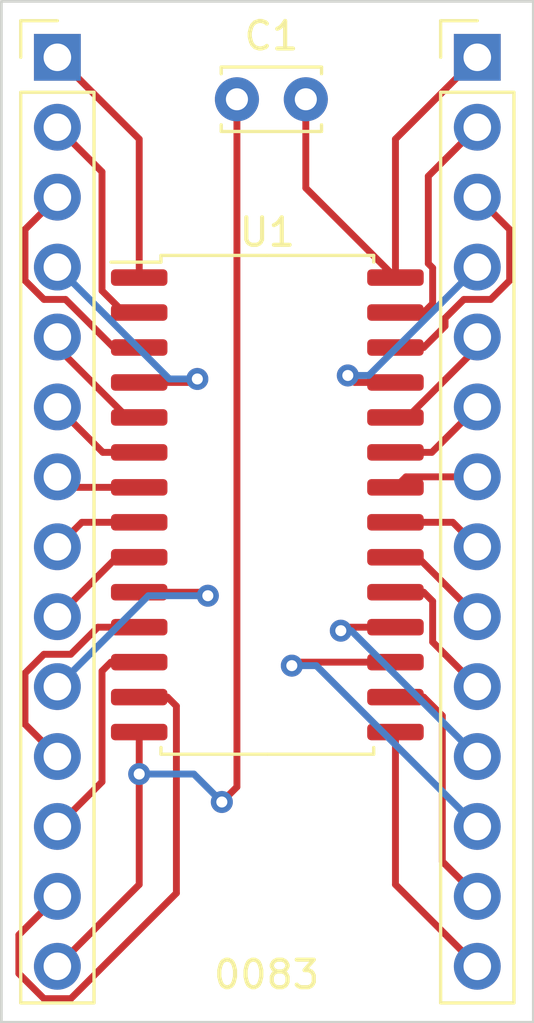
<source format=kicad_pcb>
(kicad_pcb (version 20221018) (generator pcbnew)
  (layers (0 "F.Cu" signal) (31 "B.Cu" signal) (34 "B.Paste" user) (35 "F.Paste" user) (36 "B.SilkS" user "B.Silkscreen") (37 "F.SilkS" user "F.Silkscreen") (38 "B.Mask" user) (39 "F.Mask" user) (44 "Edge.Cuts" user))
  (net 0 "")
  (net 1 "Net-(J1-Pin_1)")
  (net 2 "~{WE}")
  (net 3 "A13")
  (net 4 "A8")
  (net 5 "A9")
  (net 6 "A11")
  (net 7 "~{OE}")
  (net 8 "A10")
  (net 9 "~{CE}")
  (net 10 "DQ7")
  (net 11 "DQ6")
  (net 12 "DQ5")
  (net 13 "DQ4")
  (net 14 "DQ3")
  (net 15 "A14")
  (net 16 "A12")
  (net 17 "A7")
  (net 18 "A6")
  (net 19 "A5")
  (net 20 "A4")
  (net 21 "A3")
  (net 22 "A2")
  (net 23 "A1")
  (net 24 "A0")
  (net 25 "DQ0")
  (net 26 "DQ1")
  (net 27 "DQ2")
  (net 28 "Net-(J2-Pin_14)")
  (footprint "Package_SO:SOIC-28W_7.5x17.9mm_P1.27mm" (layer "F.Cu") (at 139.192 132.207)
    (fp_text reference "U1" (at 0 -9.9) (layer "F.SilkS"))
    (fp_text value "FM18W08-SG")
    (fp_line (start -3.86 -9.06) (end -3.86 -8.815) (stroke (width 0.12)) (layer "F.SilkS"))
    (fp_line (start -3.86 -8.815) (end -5.675 -8.815) (stroke (width 0.12)) (layer "F.SilkS"))
    (fp_line (start -3.86 9.06) (end -3.86 8.815) (stroke (width 0.12)) (layer "F.SilkS"))
    (fp_line (start 0 -9.06) (end -3.86 -9.06) (stroke (width 0.12)) (layer "F.SilkS"))
    (fp_line (start 0 -9.06) (end 3.86 -9.06) (stroke (width 0.12)) (layer "F.SilkS"))
    (fp_line (start 0 9.06) (end -3.86 9.06) (stroke (width 0.12)) (layer "F.SilkS"))
    (fp_line (start 0 9.06) (end 3.86 9.06) (stroke (width 0.12)) (layer "F.SilkS"))
    (fp_line (start 3.86 -9.06) (end 3.86 -8.815) (stroke (width 0.12)) (layer "F.SilkS"))
    (fp_line (start 3.86 9.06) (end 3.86 8.815) (stroke (width 0.12)) (layer "F.SilkS"))
    (pad "1" smd roundrect (at -4.65 -8.255) (size 2.05 0.6) (layers "F.Cu" "F.Paste" "F.Mask") (net 15 "A14"))
    (pad "2" smd roundrect (at -4.65 -6.985) (size 2.05 0.6) (layers "F.Cu" "F.Paste" "F.Mask") (net 16 "A12"))
    (pad "3" smd roundrect (at -4.65 -5.715) (size 2.05 0.6) (layers "F.Cu" "F.Paste" "F.Mask") (net 17 "A7"))
    (pad "4" smd roundrect (at -4.65 -4.445) (size 2.05 0.6) (layers "F.Cu" "F.Paste" "F.Mask") (net 18 "A6"))
    (pad "5" smd roundrect (at -4.65 -3.175) (size 2.05 0.6) (layers "F.Cu" "F.Paste" "F.Mask") (net 19 "A5"))
    (pad "6" smd roundrect (at -4.65 -1.905) (size 2.05 0.6) (layers "F.Cu" "F.Paste" "F.Mask") (net 20 "A4"))
    (pad "7" smd roundrect (at -4.65 -0.635) (size 2.05 0.6) (layers "F.Cu" "F.Paste" "F.Mask") (net 21 "A3"))
    (pad "8" smd roundrect (at -4.65 0.635) (size 2.05 0.6) (layers "F.Cu" "F.Paste" "F.Mask") (net 22 "A2"))
    (pad "9" smd roundrect (at -4.65 1.905) (size 2.05 0.6) (layers "F.Cu" "F.Paste" "F.Mask") (net 23 "A1"))
    (pad "10" smd roundrect (at -4.65 3.175) (size 2.05 0.6) (layers "F.Cu" "F.Paste" "F.Mask") (net 24 "A0"))
    (pad "11" smd roundrect (at -4.65 4.445) (size 2.05 0.6) (layers "F.Cu" "F.Paste" "F.Mask") (net 25 "DQ0"))
    (pad "12" smd roundrect (at -4.65 5.715) (size 2.05 0.6) (layers "F.Cu" "F.Paste" "F.Mask") (net 26 "DQ1"))
    (pad "13" smd roundrect (at -4.65 6.985) (size 2.05 0.6) (layers "F.Cu" "F.Paste" "F.Mask") (net 27 "DQ2"))
    (pad "14" smd roundrect (at -4.65 8.255) (size 2.05 0.6) (layers "F.Cu" "F.Paste" "F.Mask") (net 28 "Net-(J2-Pin_14)"))
    (pad "15" smd roundrect (at 4.65 8.255) (size 2.05 0.6) (layers "F.Cu" "F.Paste" "F.Mask") (net 14 "DQ3"))
    (pad "16" smd roundrect (at 4.65 6.985) (size 2.05 0.6) (layers "F.Cu" "F.Paste" "F.Mask") (net 13 "DQ4"))
    (pad "17" smd roundrect (at 4.65 5.715) (size 2.05 0.6) (layers "F.Cu" "F.Paste" "F.Mask") (net 12 "DQ5"))
    (pad "18" smd roundrect (at 4.65 4.445) (size 2.05 0.6) (layers "F.Cu" "F.Paste" "F.Mask") (net 11 "DQ6"))
    (pad "19" smd roundrect (at 4.65 3.175) (size 2.05 0.6) (layers "F.Cu" "F.Paste" "F.Mask") (net 10 "DQ7"))
    (pad "20" smd roundrect (at 4.65 1.905) (size 2.05 0.6) (layers "F.Cu" "F.Paste" "F.Mask") (net 9 "~{CE}"))
    (pad "21" smd roundrect (at 4.65 0.635) (size 2.05 0.6) (layers "F.Cu" "F.Paste" "F.Mask") (net 8 "A10"))
    (pad "22" smd roundrect (at 4.65 -0.635) (size 2.05 0.6) (layers "F.Cu" "F.Paste" "F.Mask") (net 7 "~{OE}"))
    (pad "23" smd roundrect (at 4.65 -1.905) (size 2.05 0.6) (layers "F.Cu" "F.Paste" "F.Mask") (net 6 "A11"))
    (pad "24" smd roundrect (at 4.65 -3.175) (size 2.05 0.6) (layers "F.Cu" "F.Paste" "F.Mask") (net 5 "A9"))
    (pad "25" smd roundrect (at 4.65 -4.445) (size 2.05 0.6) (layers "F.Cu" "F.Paste" "F.Mask") (net 4 "A8"))
    (pad "26" smd roundrect (at 4.65 -5.715) (size 2.05 0.6) (layers "F.Cu" "F.Paste" "F.Mask") (net 3 "A13"))
    (pad "27" smd roundrect (at 4.65 -6.985) (size 2.05 0.6) (layers "F.Cu" "F.Paste" "F.Mask") (net 2 "~{WE}"))
    (pad "28" smd roundrect (at 4.65 -8.255) (size 2.05 0.6) (layers "F.Cu" "F.Paste" "F.Mask") (net 1 "Net-(J1-Pin_1)"))
  )
  (footprint "Connector_PinHeader_2.54mm:PinHeader_1x14_P2.54mm_Vertical" (layer "F.Cu") (at 146.812 115.951)
    (fp_text reference "J1" hide)
    (fp_text value "Conn_01x14" hide)
    (fp_line (start -1.33 -1.33) (end 0 -1.33) (stroke (width 0.12)) (layer "F.SilkS"))
    (fp_line (start -1.33 0) (end -1.33 -1.33) (stroke (width 0.12)) (layer "F.SilkS"))
    (fp_line (start -1.33 1.27) (end -1.33 34.35) (stroke (width 0.12)) (layer "F.SilkS"))
    (fp_line (start -1.33 1.27) (end 1.33 1.27) (stroke (width 0.12)) (layer "F.SilkS"))
    (fp_line (start -1.33 34.35) (end 1.33 34.35) (stroke (width 0.12)) (layer "F.SilkS"))
    (fp_line (start 1.33 1.27) (end 1.33 34.35) (stroke (width 0.12)) (layer "F.SilkS"))
    (pad "1" thru_hole rect (at 0 0) (size 1.7 1.7) (drill 1) (layers "*.Cu" "*.Mask") (net 1 "Net-(J1-Pin_1)"))
    (pad "2" thru_hole oval (at 0 2.54) (size 1.7 1.7) (drill 1) (layers "*.Cu" "*.Mask") (net 2 "~{WE}"))
    (pad "3" thru_hole oval (at 0 5.08) (size 1.7 1.7) (drill 1) (layers "*.Cu" "*.Mask") (net 3 "A13"))
    (pad "4" thru_hole oval (at 0 7.62) (size 1.7 1.7) (drill 1) (layers "*.Cu" "*.Mask") (net 4 "A8"))
    (pad "5" thru_hole oval (at 0 10.16) (size 1.7 1.7) (drill 1) (layers "*.Cu" "*.Mask") (net 5 "A9"))
    (pad "6" thru_hole oval (at 0 12.7) (size 1.7 1.7) (drill 1) (layers "*.Cu" "*.Mask") (net 6 "A11"))
    (pad "7" thru_hole oval (at 0 15.24) (size 1.7 1.7) (drill 1) (layers "*.Cu" "*.Mask") (net 7 "~{OE}"))
    (pad "8" thru_hole oval (at 0 17.78) (size 1.7 1.7) (drill 1) (layers "*.Cu" "*.Mask") (net 8 "A10"))
    (pad "9" thru_hole oval (at 0 20.32) (size 1.7 1.7) (drill 1) (layers "*.Cu" "*.Mask") (net 9 "~{CE}"))
    (pad "10" thru_hole oval (at 0 22.86) (size 1.7 1.7) (drill 1) (layers "*.Cu" "*.Mask") (net 10 "DQ7"))
    (pad "11" thru_hole oval (at 0 25.4) (size 1.7 1.7) (drill 1) (layers "*.Cu" "*.Mask") (net 11 "DQ6"))
    (pad "12" thru_hole oval (at 0 27.94) (size 1.7 1.7) (drill 1) (layers "*.Cu" "*.Mask") (net 12 "DQ5"))
    (pad "13" thru_hole oval (at 0 30.48) (size 1.7 1.7) (drill 1) (layers "*.Cu" "*.Mask") (net 13 "DQ4"))
    (pad "14" thru_hole oval (at 0 33.02) (size 1.7 1.7) (drill 1) (layers "*.Cu" "*.Mask") (net 14 "DQ3"))
  )
  (footprint "Connector_PinHeader_2.54mm:PinHeader_1x14_P2.54mm_Vertical" (layer "F.Cu") (at 131.572 115.951)
    (fp_text reference "J2" hide)
    (fp_text value "Conn_01x14" hide)
    (fp_line (start -1.33 -1.33) (end 0 -1.33) (stroke (width 0.12)) (layer "F.SilkS"))
    (fp_line (start -1.33 0) (end -1.33 -1.33) (stroke (width 0.12)) (layer "F.SilkS"))
    (fp_line (start -1.33 1.27) (end -1.33 34.35) (stroke (width 0.12)) (layer "F.SilkS"))
    (fp_line (start -1.33 1.27) (end 1.33 1.27) (stroke (width 0.12)) (layer "F.SilkS"))
    (fp_line (start -1.33 34.35) (end 1.33 34.35) (stroke (width 0.12)) (layer "F.SilkS"))
    (fp_line (start 1.33 1.27) (end 1.33 34.35) (stroke (width 0.12)) (layer "F.SilkS"))
    (pad "1" thru_hole rect (at 0 0) (size 1.7 1.7) (drill 1) (layers "*.Cu" "*.Mask") (net 15 "A14"))
    (pad "2" thru_hole oval (at 0 2.54) (size 1.7 1.7) (drill 1) (layers "*.Cu" "*.Mask") (net 16 "A12"))
    (pad "3" thru_hole oval (at 0 5.08) (size 1.7 1.7) (drill 1) (layers "*.Cu" "*.Mask") (net 17 "A7"))
    (pad "4" thru_hole oval (at 0 7.62) (size 1.7 1.7) (drill 1) (layers "*.Cu" "*.Mask") (net 18 "A6"))
    (pad "5" thru_hole oval (at 0 10.16) (size 1.7 1.7) (drill 1) (layers "*.Cu" "*.Mask") (net 19 "A5"))
    (pad "6" thru_hole oval (at 0 12.7) (size 1.7 1.7) (drill 1) (layers "*.Cu" "*.Mask") (net 20 "A4"))
    (pad "7" thru_hole oval (at 0 15.24) (size 1.7 1.7) (drill 1) (layers "*.Cu" "*.Mask") (net 21 "A3"))
    (pad "8" thru_hole oval (at 0 17.78) (size 1.7 1.7) (drill 1) (layers "*.Cu" "*.Mask") (net 22 "A2"))
    (pad "9" thru_hole oval (at 0 20.32) (size 1.7 1.7) (drill 1) (layers "*.Cu" "*.Mask") (net 23 "A1"))
    (pad "10" thru_hole oval (at 0 22.86) (size 1.7 1.7) (drill 1) (layers "*.Cu" "*.Mask") (net 24 "A0"))
    (pad "11" thru_hole oval (at 0 25.4) (size 1.7 1.7) (drill 1) (layers "*.Cu" "*.Mask") (net 25 "DQ0"))
    (pad "12" thru_hole oval (at 0 27.94) (size 1.7 1.7) (drill 1) (layers "*.Cu" "*.Mask") (net 26 "DQ1"))
    (pad "13" thru_hole oval (at 0 30.48) (size 1.7 1.7) (drill 1) (layers "*.Cu" "*.Mask") (net 27 "DQ2"))
    (pad "14" thru_hole oval (at 0 33.02) (size 1.7 1.7) (drill 1) (layers "*.Cu" "*.Mask") (net 28 "Net-(J2-Pin_14)"))
  )
  (footprint "Capacitor_THT:C_Disc_D3.4mm_W2.1mm_P2.50mm" (layer "F.Cu") (at 138.089 117.475)
    (fp_text reference "C1" (at 1.25 -2.3) (layer "F.SilkS"))
    (fp_text value "100nF")
    (fp_line (start -0.57 -1.17) (end -0.57 -0.925) (stroke (width 0.12)) (layer "F.SilkS"))
    (fp_line (start -0.57 -1.17) (end 3.07 -1.17) (stroke (width 0.12)) (layer "F.SilkS"))
    (fp_line (start -0.57 0.925) (end -0.57 1.17) (stroke (width 0.12)) (layer "F.SilkS"))
    (fp_line (start -0.57 1.17) (end 3.07 1.17) (stroke (width 0.12)) (layer "F.SilkS"))
    (fp_line (start 3.07 -1.17) (end 3.07 -0.925) (stroke (width 0.12)) (layer "F.SilkS"))
    (fp_line (start 3.07 0.925) (end 3.07 1.17) (stroke (width 0.12)) (layer "F.SilkS"))
    (pad "1" thru_hole circle (at 0 0) (size 1.6 1.6) (drill 0.8) (layers "*.Cu" "*.Mask") (net 28 "Net-(J2-Pin_14)"))
    (pad "2" thru_hole circle (at 2.5 0) (size 1.6 1.6) (drill 0.8) (layers "*.Cu" "*.Mask") (net 1 "Net-(J1-Pin_1)"))
  )
  (gr_rect (start 129.54 113.919) (end 148.844 151.003) (stroke (width 0.1)) (fill none) (layer "Edge.Cuts"))
  (gr_text "0083" (at 137.16 149.86) (layer "F.SilkS") (effects (font (size 1 1)) (justify left bottom)))
  (segment (start 140.589 117.475) (end 140.589 120.699) (width 0.25) (layer "F.Cu") (net 1))
  (segment (start 140.589 120.699) (end 143.842 123.952) (width 0.25) (layer "F.Cu") (net 1))
  (segment (start 143.842 118.921) (end 146.812 115.951) (width 0.25) (layer "F.Cu") (net 1))
  (segment (start 143.842 123.952) (end 143.842 118.921) (width 0.25) (layer "F.Cu") (net 1))
  (segment (start 145.034 123.443092) (end 145.034 120.269) (width 0.25) (layer "F.Cu") (net 2))
  (segment (start 144.866999 125.222) (end 145.192 124.896999) (width 0.25) (layer "F.Cu") (net 2))
  (segment (start 145.192 124.896999) (end 145.192 123.601092) (width 0.25) (layer "F.Cu") (net 2))
  (segment (start 145.192 123.601092) (end 145.034 123.443092) (width 0.25) (layer "F.Cu") (net 2))
  (segment (start 145.034 120.269) (end 146.812 118.491) (width 0.25) (layer "F.Cu") (net 2))
  (segment (start 143.842 125.222) (end 144.866999 125.222) (width 0.25) (layer "F.Cu") (net 2))
  (segment (start 145.642 125.716999) (end 145.642 125.429299) (width 0.25) (layer "F.Cu") (net 3))
  (segment (start 146.325299 124.746) (end 147.298701 124.746) (width 0.25) (layer "F.Cu") (net 3))
  (segment (start 144.866999 126.492) (end 145.642 125.716999) (width 0.25) (layer "F.Cu") (net 3))
  (segment (start 143.842 126.492) (end 144.866999 126.492) (width 0.25) (layer "F.Cu") (net 3))
  (segment (start 147.987 122.206) (end 146.812 121.031) (width 0.25) (layer "F.Cu") (net 3))
  (segment (start 147.987 124.057701) (end 147.987 122.206) (width 0.25) (layer "F.Cu") (net 3))
  (segment (start 147.298701 124.746) (end 147.987 124.057701) (width 0.25) (layer "F.Cu") (net 3))
  (segment (start 145.642 125.429299) (end 146.325299 124.746) (width 0.25) (layer "F.Cu") (net 3))
  (segment (start 142.367 127.762) (end 142.113 127.508) (width 0.25) (layer "F.Cu") (net 4))
  (segment (start 143.842 127.762) (end 142.367 127.762) (width 0.25) (layer "F.Cu") (net 4))
  (via (at 142.113 127.508) (size 0.8) (drill 0.4) (layers "F.Cu" "B.Cu") (net 4))
  (segment (start 142.113 127.508) (end 142.875 127.508) (width 0.25) (layer "B.Cu") (net 4))
  (segment (start 142.875 127.508) (end 146.812 123.571) (width 0.25) (layer "B.Cu") (net 4))
  (segment (start 146.812 126.111) (end 146.812 126.492908) (width 0.25) (layer "F.Cu") (net 5))
  (segment (start 146.812 126.492908) (end 144.272908 129.032) (width 0.25) (layer "F.Cu") (net 5))
  (segment (start 144.272908 129.032) (end 143.842 129.032) (width 0.25) (layer "F.Cu") (net 5))
  (segment (start 143.842 130.302) (end 145.161 130.302) (width 0.25) (layer "F.Cu") (net 6))
  (segment (start 145.161 130.302) (end 146.812 128.651) (width 0.25) (layer "F.Cu") (net 6))
  (segment (start 144.223 131.191) (end 143.842 131.572) (width 0.25) (layer "F.Cu") (net 7))
  (segment (start 146.812 131.191) (end 144.223 131.191) (width 0.25) (layer "F.Cu") (net 7))
  (segment (start 143.842 132.842) (end 145.923 132.842) (width 0.25) (layer "F.Cu") (net 8))
  (segment (start 145.923 132.842) (end 146.812 133.731) (width 0.25) (layer "F.Cu") (net 8))
  (segment (start 144.653 134.112) (end 146.812 136.271) (width 0.25) (layer "F.Cu") (net 9))
  (segment (start 143.842 134.112) (end 144.653 134.112) (width 0.25) (layer "F.Cu") (net 9))
  (segment (start 143.842 135.382) (end 144.866999 135.382) (width 0.25) (layer "F.Cu") (net 10))
  (segment (start 144.866999 135.382) (end 145.192 135.707001) (width 0.25) (layer "F.Cu") (net 10))
  (segment (start 145.192 137.191) (end 146.812 138.811) (width 0.25) (layer "F.Cu") (net 10))
  (segment (start 145.192 135.707001) (end 145.192 137.191) (width 0.25) (layer "F.Cu") (net 10))
  (segment (start 143.842 136.652) (end 141.986 136.652) (width 0.25) (layer "F.Cu") (net 11))
  (segment (start 141.986 136.652) (end 141.859 136.779) (width 0.25) (layer "F.Cu") (net 11))
  (via (at 141.859 136.779) (size 0.8) (drill 0.4) (layers "F.Cu" "B.Cu") (net 11))
  (segment (start 142.24 136.779) (end 146.812 141.351) (width 0.25) (layer "B.Cu") (net 11))
  (segment (start 141.859 136.779) (end 142.24 136.779) (width 0.25) (layer "B.Cu") (net 11))
  (segment (start 143.842 137.922) (end 140.208 137.922) (width 0.25) (layer "F.Cu") (net 12))
  (segment (start 140.208 137.922) (end 140.081 138.049) (width 0.25) (layer "F.Cu") (net 12))
  (via (at 140.081 138.049) (size 0.8) (drill 0.4) (layers "F.Cu" "B.Cu") (net 12))
  (segment (start 140.081 138.049) (end 140.97 138.049) (width 0.25) (layer "B.Cu") (net 12))
  (segment (start 140.97 138.049) (end 146.812 143.891) (width 0.25) (layer "B.Cu") (net 12))
  (segment (start 145.542 145.161) (end 146.812 146.431) (width 0.25) (layer "F.Cu") (net 13))
  (segment (start 145.542 139.867001) (end 145.542 145.161) (width 0.25) (layer "F.Cu") (net 13))
  (segment (start 144.866999 139.192) (end 145.542 139.867001) (width 0.25) (layer "F.Cu") (net 13))
  (segment (start 143.842 139.192) (end 144.866999 139.192) (width 0.25) (layer "F.Cu") (net 13))
  (segment (start 143.842 146.001) (end 146.812 148.971) (width 0.25) (layer "F.Cu") (net 14))
  (segment (start 143.842 140.462) (end 143.842 146.001) (width 0.25) (layer "F.Cu") (net 14))
  (segment (start 134.542 118.921) (end 131.572 115.951) (width 0.25) (layer "F.Cu") (net 15))
  (segment (start 134.542 123.952) (end 134.542 118.921) (width 0.25) (layer "F.Cu") (net 15))
  (segment (start 133.192 124.429) (end 133.985 125.222) (width 0.25) (layer "F.Cu") (net 16))
  (segment (start 133.985 125.222) (end 134.542 125.222) (width 0.25) (layer "F.Cu") (net 16))
  (segment (start 133.192 120.111) (end 133.192 124.429) (width 0.25) (layer "F.Cu") (net 16))
  (segment (start 131.572 118.491) (end 133.192 120.111) (width 0.25) (layer "F.Cu") (net 16))
  (segment (start 130.397 124.057701) (end 130.397 122.206) (width 0.25) (layer "F.Cu") (net 17))
  (segment (start 133.614701 126.492) (end 131.868701 124.746) (width 0.25) (layer "F.Cu") (net 17))
  (segment (start 134.542 126.492) (end 133.614701 126.492) (width 0.25) (layer "F.Cu") (net 17))
  (segment (start 130.397 122.206) (end 131.572 121.031) (width 0.25) (layer "F.Cu") (net 17))
  (segment (start 131.085299 124.746) (end 130.397 124.057701) (width 0.25) (layer "F.Cu") (net 17))
  (segment (start 131.868701 124.746) (end 131.085299 124.746) (width 0.25) (layer "F.Cu") (net 17))
  (segment (start 136.525 127.762) (end 136.652 127.635) (width 0.25) (layer "F.Cu") (net 18))
  (segment (start 134.542 127.762) (end 136.525 127.762) (width 0.25) (layer "F.Cu") (net 18))
  (via (at 136.652 127.635) (size 0.8) (drill 0.4) (layers "F.Cu" "B.Cu") (net 18))
  (segment (start 136.652 127.635) (end 135.636 127.635) (width 0.25) (layer "B.Cu") (net 18))
  (segment (start 135.636 127.635) (end 131.572 123.571) (width 0.25) (layer "B.Cu") (net 18))
  (segment (start 131.572 126.492908) (end 131.572 126.111) (width 0.25) (layer "F.Cu") (net 19))
  (segment (start 134.542 129.032) (end 134.111092 129.032) (width 0.25) (layer "F.Cu") (net 19))
  (segment (start 134.111092 129.032) (end 131.572 126.492908) (width 0.25) (layer "F.Cu") (net 19))
  (segment (start 133.223 130.302) (end 131.572 128.651) (width 0.25) (layer "F.Cu") (net 20))
  (segment (start 134.542 130.302) (end 133.223 130.302) (width 0.25) (layer "F.Cu") (net 20))
  (segment (start 131.953 131.572) (end 131.572 131.191) (width 0.25) (layer "F.Cu") (net 21))
  (segment (start 134.542 131.572) (end 131.953 131.572) (width 0.25) (layer "F.Cu") (net 21))
  (segment (start 134.542 132.842) (end 132.461 132.842) (width 0.25) (layer "F.Cu") (net 22))
  (segment (start 132.461 132.842) (end 131.572 133.731) (width 0.25) (layer "F.Cu") (net 22))
  (segment (start 134.542 134.112) (end 133.731 134.112) (width 0.25) (layer "F.Cu") (net 23))
  (segment (start 133.731 134.112) (end 131.572 136.271) (width 0.25) (layer "F.Cu") (net 23))
  (segment (start 136.906 135.382) (end 137.033 135.509) (width 0.25) (layer "F.Cu") (net 24))
  (segment (start 134.542 135.382) (end 136.906 135.382) (width 0.25) (layer "F.Cu") (net 24))
  (via (at 137.033 135.509) (size 0.8) (drill 0.4) (layers "F.Cu" "B.Cu") (net 24))
  (segment (start 134.874 135.509) (end 131.572 138.811) (width 0.25) (layer "B.Cu") (net 24))
  (segment (start 137.033 135.509) (end 134.874 135.509) (width 0.25) (layer "B.Cu") (net 24))
  (segment (start 133.042701 136.652) (end 132.058701 137.636) (width 0.25) (layer "F.Cu") (net 25))
  (segment (start 130.397 138.324299) (end 130.397 140.176) (width 0.25) (layer "F.Cu") (net 25))
  (segment (start 130.397 140.176) (end 131.572 141.351) (width 0.25) (layer "F.Cu") (net 25))
  (segment (start 134.542 136.652) (end 133.042701 136.652) (width 0.25) (layer "F.Cu") (net 25))
  (segment (start 131.085299 137.636) (end 130.397 138.324299) (width 0.25) (layer "F.Cu") (net 25))
  (segment (start 132.058701 137.636) (end 131.085299 137.636) (width 0.25) (layer "F.Cu") (net 25))
  (segment (start 133.192 142.271) (end 131.572 143.891) (width 0.25) (layer "F.Cu") (net 26))
  (segment (start 133.192 138.247001) (end 133.192 142.271) (width 0.25) (layer "F.Cu") (net 26))
  (segment (start 134.542 137.922) (end 133.517001 137.922) (width 0.25) (layer "F.Cu") (net 26))
  (segment (start 133.517001 137.922) (end 133.192 138.247001) (width 0.25) (layer "F.Cu") (net 26))
  (segment (start 132.058701 150.146) (end 131.085299 150.146) (width 0.25) (layer "F.Cu") (net 27))
  (segment (start 135.892 146.312701) (end 132.058701 150.146) (width 0.25) (layer "F.Cu") (net 27))
  (segment (start 135.892 139.517001) (end 135.892 146.312701) (width 0.25) (layer "F.Cu") (net 27))
  (segment (start 130.175 147.828) (end 131.572 146.431) (width 0.25) (layer "F.Cu") (net 27))
  (segment (start 130.175 149.235701) (end 130.175 147.828) (width 0.25) (layer "F.Cu") (net 27))
  (segment (start 134.542 139.192) (end 135.566999 139.192) (width 0.25) (layer "F.Cu") (net 27))
  (segment (start 131.085299 150.146) (end 130.175 149.235701) (width 0.25) (layer "F.Cu") (net 27))
  (segment (start 135.566999 139.192) (end 135.892 139.517001) (width 0.25) (layer "F.Cu") (net 27))
  (segment (start 134.542 146.001) (end 131.572 148.971) (width 0.25) (layer "F.Cu") (net 28))
  (segment (start 138.089 117.475) (end 138.089 142.454) (width 0.25) (layer "F.Cu") (net 28))
  (segment (start 138.089 142.454) (end 137.541 143.002) (width 0.25) (layer "F.Cu") (net 28))
  (segment (start 134.542 141.986) (end 134.542 146.001) (width 0.25) (layer "F.Cu") (net 28))
  (segment (start 134.542 140.462) (end 134.542 141.986) (width 0.25) (layer "F.Cu") (net 28))
  (via (at 134.542 141.986) (size 0.8) (drill 0.4) (layers "F.Cu" "B.Cu") (net 28))
  (via (at 137.541 143.002) (size 0.8) (drill 0.4) (layers "F.Cu" "B.Cu") (net 28))
  (segment (start 136.525 141.986) (end 134.542 141.986) (width 0.25) (layer "B.Cu") (net 28))
  (segment (start 137.541 143.002) (end 136.525 141.986) (width 0.25) (layer "B.Cu") (net 28))
)
</source>
